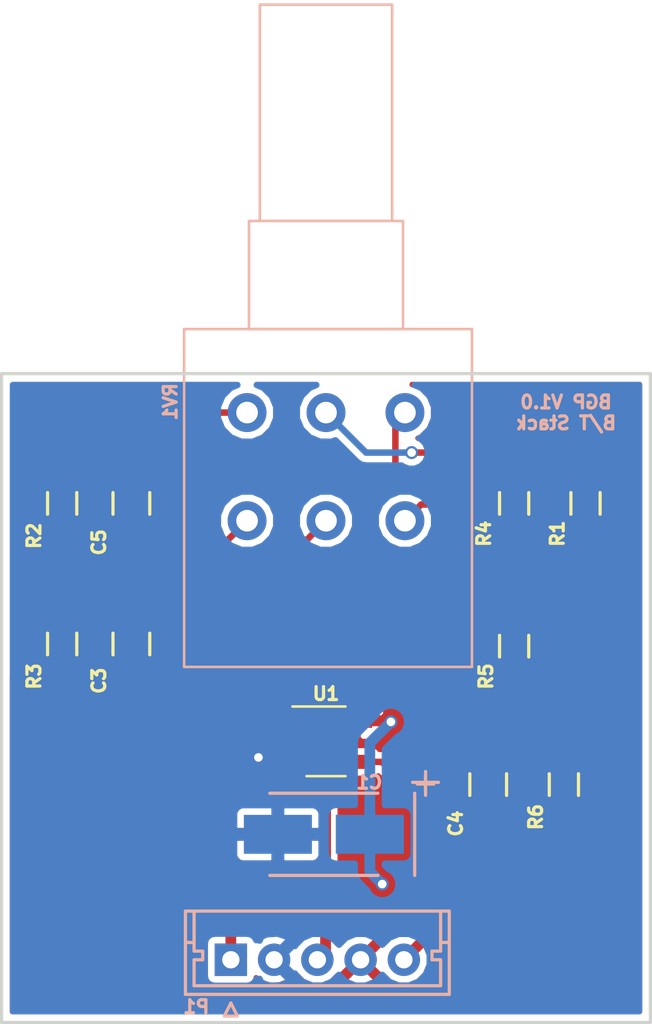
<source format=kicad_pcb>
(kicad_pcb (version 4) (host pcbnew 4.0.4-1.fc24-product)

  (general
    (links 23)
    (no_connects 0)
    (area 169.924999 50.424999 200.075001 99.455)
    (thickness 1.6)
    (drawings 9)
    (tracks 89)
    (zones 0)
    (modules 13)
    (nets 14)
  )

  (page A4)
  (layers
    (0 F.Cu signal)
    (31 B.Cu signal)
    (32 B.Adhes user)
    (33 F.Adhes user)
    (34 B.Paste user)
    (35 F.Paste user)
    (36 B.SilkS user)
    (37 F.SilkS user)
    (38 B.Mask user)
    (39 F.Mask user)
    (40 Dwgs.User user)
    (41 Cmts.User user)
    (42 Eco1.User user)
    (43 Eco2.User user)
    (44 Edge.Cuts user)
    (45 Margin user)
    (46 B.CrtYd user)
    (47 F.CrtYd user)
    (48 B.Fab user)
    (49 F.Fab user)
  )

  (setup
    (last_trace_width 0.3)
    (trace_clearance 0.3)
    (zone_clearance 0.3)
    (zone_45_only no)
    (trace_min 0.3)
    (segment_width 0.2)
    (edge_width 0.15)
    (via_size 0.6)
    (via_drill 0.4)
    (via_min_size 0.4)
    (via_min_drill 0.3)
    (uvia_size 0.3)
    (uvia_drill 0.1)
    (uvias_allowed no)
    (uvia_min_size 0.2)
    (uvia_min_drill 0.1)
    (pcb_text_width 0.3)
    (pcb_text_size 1.5 1.5)
    (mod_edge_width 0.15)
    (mod_text_size 0.6 0.6)
    (mod_text_width 0.15)
    (pad_size 1.524 1.524)
    (pad_drill 0.762)
    (pad_to_mask_clearance 0.2)
    (aux_axis_origin 0 0)
    (visible_elements FFFFFF7F)
    (pcbplotparams
      (layerselection 0x010f0_80000001)
      (usegerberextensions true)
      (usegerberattributes true)
      (excludeedgelayer true)
      (linewidth 0.100000)
      (plotframeref false)
      (viasonmask false)
      (mode 1)
      (useauxorigin false)
      (hpglpennumber 1)
      (hpglpenspeed 20)
      (hpglpendiameter 15)
      (hpglpenoverlay 2)
      (psnegative false)
      (psa4output false)
      (plotreference true)
      (plotvalue true)
      (plotinvisibletext false)
      (padsonsilk false)
      (subtractmaskfromsilk false)
      (outputformat 1)
      (mirror false)
      (drillshape 0)
      (scaleselection 1)
      (outputdirectory ../../BGP/GERBER/BT_0/))
  )

  (net 0 "")
  (net 1 /V+)
  (net 2 Earth)
  (net 3 /IN)
  (net 4 /TW)
  (net 5 "Net-(C3-Pad2)")
  (net 6 "Net-(C4-Pad1)")
  (net 7 /B+)
  (net 8 /B-)
  (net 9 /REF)
  (net 10 /OUT)
  (net 11 /BW)
  (net 12 /T-)
  (net 13 /T+)

  (net_class Default "This is the default net class."
    (clearance 0.3)
    (trace_width 0.3)
    (via_dia 0.6)
    (via_drill 0.4)
    (uvia_dia 0.3)
    (uvia_drill 0.1)
    (add_net /B+)
    (add_net /B-)
    (add_net /BW)
    (add_net /T+)
    (add_net /T-)
    (add_net /TW)
    (add_net "Net-(C3-Pad2)")
    (add_net "Net-(C4-Pad1)")
  )

  (net_class PWR ""
    (clearance 0.3)
    (trace_width 0.5)
    (via_dia 0.6)
    (via_drill 0.4)
    (uvia_dia 0.3)
    (uvia_drill 0.1)
    (add_net /IN)
    (add_net /OUT)
    (add_net /REF)
    (add_net /V+)
    (add_net Earth)
  )

  (module Resistors_SMD:R_0603_HandSoldering (layer F.Cu) (tedit 5A305C51) (tstamp 5A296E36)
    (at 193.7 74 90)
    (descr "Resistor SMD 0603, hand soldering")
    (tags "resistor 0603")
    (path /5A288BAC)
    (attr smd)
    (fp_text reference R4 (at -1.4 -1.4 90) (layer F.SilkS)
      (effects (font (size 0.6 0.6) (thickness 0.15)))
    )
    (fp_text value 2.2k (at 1.1 1.4 90) (layer F.Fab) hide
      (effects (font (size 0.6 0.6) (thickness 0.15)))
    )
    (fp_line (start -2 -0.8) (end 2 -0.8) (layer F.CrtYd) (width 0.05))
    (fp_line (start -2 0.8) (end 2 0.8) (layer F.CrtYd) (width 0.05))
    (fp_line (start -2 -0.8) (end -2 0.8) (layer F.CrtYd) (width 0.05))
    (fp_line (start 2 -0.8) (end 2 0.8) (layer F.CrtYd) (width 0.05))
    (fp_line (start 0.5 0.675) (end -0.5 0.675) (layer F.SilkS) (width 0.15))
    (fp_line (start -0.5 -0.675) (end 0.5 -0.675) (layer F.SilkS) (width 0.15))
    (pad 1 smd rect (at -1.1 0 90) (size 1.2 0.9) (layers F.Cu F.Paste F.Mask)
      (net 6 "Net-(C4-Pad1)"))
    (pad 2 smd rect (at 1.1 0 90) (size 1.2 0.9) (layers F.Cu F.Paste F.Mask)
      (net 7 /B+))
    (model Resistors_SMD.3dshapes/R_0603_HandSoldering.wrl
      (at (xyz 0 0 0))
      (scale (xyz 1 1 1))
      (rotate (xyz 0 0 0))
    )
  )

  (module LIBS:Potentiometer_Alpha_Double_Vertical_Dual_Shaft (layer B.Cu) (tedit 5A56922D) (tstamp 5A554926)
    (at 178.5 66 90)
    (descr "Potentiometer, vertically mounted, Omeg PC16PU, Omeg PC16PU, Omeg PC16PU, Vishay/Spectrol 248GJ/249GJ Single, Vishay/Spectrol 248GJ/249GJ Single, Vishay/Spectrol 248GJ/249GJ Single, Vishay/Spectrol 248GH/249GH Single, Vishay/Spectrol 148/149 Single, Vishay/Spectrol 148/149 Single, Vishay/Spectrol 148/149 Single, Vishay/Spectrol 148A/149A Single with mounting plates, Vishay/Spectrol 148/149 Double, Vishay/Spectrol 148A/149A Double with mounting plates, Piher PC-16 Single, Piher PC-16 Single, Piher PC-16 Single, Piher PC-16SV Single, Piher PC-16 Double, Piher PC-16 Triple, Piher T16H Single, Piher T16L Single, Piher T16H Double, Alps RK163 Single, Alps RK163 Double, Alps RK097 Single, Alps RK097 Double, http://www.alps.com/prod/info/E/HTML/Potentiometer/RotaryPotentiometers/RK097/RK09712100AV.html")
    (tags "Potentiometer vertical  Omeg PC16PU  Omeg PC16PU  Omeg PC16PU  Vishay/Spectrol 248GJ/249GJ Single  Vishay/Spectrol 248GJ/249GJ Single  Vishay/Spectrol 248GJ/249GJ Single  Vishay/Spectrol 248GH/249GH Single  Vishay/Spectrol 148/149 Single  Vishay/Spectrol 148/149 Single  Vishay/Spectrol 148/149 Single  Vishay/Spectrol 148A/149A Single with mounting plates  Vishay/Spectrol 148/149 Double  Vishay/Spectrol 148A/149A Double with mounting plates  Piher PC-16 Single  Piher PC-16 Single  Piher PC-16 Single  Piher PC-16SV Single  Piher PC-16 Double  Piher PC-16 Triple  Piher T16H Single  Piher T16L Single  Piher T16H Double  Alps RK163 Single  Alps RK163 Double  Alps RK097 Single  Alps RK097 Double Dual Shaft")
    (path /5A289F35)
    (fp_text reference RV1 (at -3.3 -0.7 90) (layer B.SilkS)
      (effects (font (size 0.6 0.6) (thickness 0.15)) (justify mirror))
    )
    (fp_text value DUAL_POT (at -1.65 -1.15 90) (layer B.Fab) hide
      (effects (font (size 0.6 0.6) (thickness 0.15)) (justify mirror))
    )
    (fp_line (start -15.5 13.2) (end -15.5 0) (layer B.Fab) (width 0.1))
    (fp_line (start -15.5 0) (end 0 0) (layer B.Fab) (width 0.1))
    (fp_line (start 0 0) (end 0 13.2) (layer B.Fab) (width 0.1))
    (fp_line (start 0 13.2) (end -15.5 13.2) (layer B.Fab) (width 0.1))
    (fp_line (start 0 10) (end 0 3) (layer B.Fab) (width 0.1))
    (fp_line (start 0 3) (end 5 3) (layer B.Fab) (width 0.1))
    (fp_line (start 5 3) (end 5 10) (layer B.Fab) (width 0.1))
    (fp_line (start 5 10) (end 0 10) (layer B.Fab) (width 0.1))
    (fp_line (start 5 9.5) (end 5 3.5) (layer B.Fab) (width 0.1))
    (fp_line (start 5 3.5) (end 15 3.5) (layer B.Fab) (width 0.1))
    (fp_line (start 15 3.5) (end 15 9.5) (layer B.Fab) (width 0.1))
    (fp_line (start 15 9.5) (end 5 9.5) (layer B.Fab) (width 0.1))
    (fp_line (start -15.56 13.25) (end 0.06 13.25) (layer B.SilkS) (width 0.12))
    (fp_line (start -15.56 -0.06) (end 0.06 -0.06) (layer B.SilkS) (width 0.12))
    (fp_line (start -15.56 13.25) (end -15.56 -0.06) (layer B.SilkS) (width 0.12))
    (fp_line (start 0.06 13.25) (end 0.06 -0.06) (layer B.SilkS) (width 0.12))
    (fp_line (start 0.06 10.06) (end 5.06 10.06) (layer B.SilkS) (width 0.12))
    (fp_line (start 0.06 2.94) (end 5.06 2.94) (layer B.SilkS) (width 0.12))
    (fp_line (start 0.06 10.06) (end 0.06 2.94) (layer B.SilkS) (width 0.12))
    (fp_line (start 5.06 10.06) (end 5.06 2.94) (layer B.SilkS) (width 0.12))
    (fp_line (start 5.06 9.56) (end 15.06 9.56) (layer B.SilkS) (width 0.12))
    (fp_line (start 5.06 3.44) (end 15.06 3.44) (layer B.SilkS) (width 0.12))
    (fp_line (start 5.06 9.56) (end 5.06 3.44) (layer B.SilkS) (width 0.12))
    (fp_line (start 15.06 9.56) (end 15.06 3.44) (layer B.SilkS) (width 0.12))
    (fp_line (start -15.95 13.45) (end -15.95 -0.25) (layer B.CrtYd) (width 0.05))
    (fp_line (start -15.95 -0.25) (end 15.25 -0.25) (layer B.CrtYd) (width 0.05))
    (fp_line (start 15.25 -0.25) (end 15.25 13.45) (layer B.CrtYd) (width 0.05))
    (fp_line (start 15.25 13.45) (end -15.95 13.45) (layer B.CrtYd) (width 0.05))
    (pad 3 thru_hole circle (at -3.8 10.15 90) (size 1.8 1.8) (drill 1) (layers *.Cu *.Mask)
      (net 7 /B+))
    (pad 2 thru_hole circle (at -3.8 6.5 90) (size 1.8 1.8) (drill 1) (layers *.Cu *.Mask)
      (net 11 /BW))
    (pad 1 thru_hole circle (at -3.8 2.85 90) (size 1.8 1.8) (drill 1) (layers *.Cu *.Mask)
      (net 8 /B-))
    (pad 6 thru_hole circle (at -8.8 10.15 90) (size 1.8 1.8) (drill 1) (layers *.Cu *.Mask)
      (net 13 /T+))
    (pad 5 thru_hole circle (at -8.8 6.5 90) (size 1.8 1.8) (drill 1) (layers *.Cu *.Mask)
      (net 4 /TW))
    (pad 4 thru_hole circle (at -8.8 2.85 90) (size 1.8 1.8) (drill 1) (layers *.Cu *.Mask)
      (net 12 /T-))
    (model Potentiometers.3dshapes/Potentiometer_Alps_RK097_Double_Vertical.wrl
      (at (xyz 0 0 0))
      (scale (xyz 0.393701 0.393701 0.393701))
      (rotate (xyz 0 0 0))
    )
  )

  (module TO_SOT_Packages_SMD:SOT-23-5_HandSoldering (layer F.Cu) (tedit 5A2DC74C) (tstamp 5A296E55)
    (at 185 85)
    (descr "5-pin SOT23 package")
    (tags "SOT-23-5 hand-soldering")
    (path /5A2887C6)
    (attr smd)
    (fp_text reference U1 (at 0 -2.2) (layer F.SilkS)
      (effects (font (size 0.6 0.6) (thickness 0.15)))
    )
    (fp_text value OPA180 (at 0 2.9) (layer F.Fab) hide
      (effects (font (size 0.6 0.6) (thickness 0.15)))
    )
    (fp_text user %R (at 0 0 90) (layer F.Fab)
      (effects (font (size 0.5 0.5) (thickness 0.075)))
    )
    (fp_line (start -0.9 1.61) (end 0.9 1.61) (layer F.SilkS) (width 0.12))
    (fp_line (start 0.9 -1.61) (end -1.55 -1.61) (layer F.SilkS) (width 0.12))
    (fp_line (start -0.9 -0.9) (end -0.25 -1.55) (layer F.Fab) (width 0.1))
    (fp_line (start 0.9 -1.55) (end -0.25 -1.55) (layer F.Fab) (width 0.1))
    (fp_line (start -0.9 -0.9) (end -0.9 1.55) (layer F.Fab) (width 0.1))
    (fp_line (start 0.9 1.55) (end -0.9 1.55) (layer F.Fab) (width 0.1))
    (fp_line (start 0.9 -1.55) (end 0.9 1.55) (layer F.Fab) (width 0.1))
    (fp_line (start -2.38 -1.8) (end 2.38 -1.8) (layer F.CrtYd) (width 0.05))
    (fp_line (start -2.38 -1.8) (end -2.38 1.8) (layer F.CrtYd) (width 0.05))
    (fp_line (start 2.38 1.8) (end 2.38 -1.8) (layer F.CrtYd) (width 0.05))
    (fp_line (start 2.38 1.8) (end -2.38 1.8) (layer F.CrtYd) (width 0.05))
    (pad 1 smd rect (at -1.35 -0.95) (size 1.56 0.65) (layers F.Cu F.Paste F.Mask)
      (net 6 "Net-(C4-Pad1)"))
    (pad 2 smd rect (at -1.35 0) (size 1.56 0.65) (layers F.Cu F.Paste F.Mask)
      (net 2 Earth))
    (pad 3 smd rect (at -1.35 0.95) (size 1.56 0.65) (layers F.Cu F.Paste F.Mask)
      (net 9 /REF))
    (pad 4 smd rect (at 1.35 0.95) (size 1.56 0.65) (layers F.Cu F.Paste F.Mask)
      (net 5 "Net-(C3-Pad2)"))
    (pad 5 smd rect (at 1.35 -0.95) (size 1.56 0.65) (layers F.Cu F.Paste F.Mask)
      (net 1 /V+))
    (model ${KISYS3DMOD}/TO_SOT_Packages_SMD.3dshapes\SOT-23-5.wrl
      (at (xyz 0 0 0))
      (scale (xyz 1 1 1))
      (rotate (xyz 0 0 0))
    )
  )

  (module Capacitors_SMD:C_0805_HandSoldering (layer F.Cu) (tedit 5A569126) (tstamp 5A296E09)
    (at 176 80.5 270)
    (descr "Capacitor SMD 0805, hand soldering")
    (tags "capacitor 0805")
    (path /5A2890E1)
    (attr smd)
    (fp_text reference C3 (at 1.7 1.5 270) (layer F.SilkS)
      (effects (font (size 0.6 0.6) (thickness 0.15)))
    )
    (fp_text value 10n (at -1.6 1.6 270) (layer F.Fab) hide
      (effects (font (size 0.6 0.6) (thickness 0.15)))
    )
    (fp_line (start -2.3 -1) (end 2.3 -1) (layer F.CrtYd) (width 0.05))
    (fp_line (start -2.3 1) (end 2.3 1) (layer F.CrtYd) (width 0.05))
    (fp_line (start -2.3 -1) (end -2.3 1) (layer F.CrtYd) (width 0.05))
    (fp_line (start 2.3 -1) (end 2.3 1) (layer F.CrtYd) (width 0.05))
    (fp_line (start 0.5 -0.85) (end -0.5 -0.85) (layer F.SilkS) (width 0.15))
    (fp_line (start -0.5 0.85) (end 0.5 0.85) (layer F.SilkS) (width 0.15))
    (pad 1 smd rect (at -1.25 0 270) (size 1.5 1.25) (layers F.Cu F.Paste F.Mask)
      (net 4 /TW))
    (pad 2 smd rect (at 1.25 0 270) (size 1.5 1.25) (layers F.Cu F.Paste F.Mask)
      (net 5 "Net-(C3-Pad2)"))
    (model Capacitors_SMD.3dshapes/C_0805_HandSoldering.wrl
      (at (xyz 0 0 0))
      (scale (xyz 1 1 1))
      (rotate (xyz 0 0 0))
    )
  )

  (module Capacitors_SMD:C_0805_HandSoldering (layer F.Cu) (tedit 5A305C5D) (tstamp 5A296E0F)
    (at 192.5 87 270)
    (descr "Capacitor SMD 0805, hand soldering")
    (tags "capacitor 0805")
    (path /5A2888B6)
    (attr smd)
    (fp_text reference C4 (at 1.8 1.5 270) (layer F.SilkS)
      (effects (font (size 0.6 0.6) (thickness 0.15)))
    )
    (fp_text value 470p (at -1.2 -1.6 270) (layer F.Fab) hide
      (effects (font (size 0.6 0.6) (thickness 0.15)))
    )
    (fp_line (start -2.3 -1) (end 2.3 -1) (layer F.CrtYd) (width 0.05))
    (fp_line (start -2.3 1) (end 2.3 1) (layer F.CrtYd) (width 0.05))
    (fp_line (start -2.3 -1) (end -2.3 1) (layer F.CrtYd) (width 0.05))
    (fp_line (start 2.3 -1) (end 2.3 1) (layer F.CrtYd) (width 0.05))
    (fp_line (start 0.5 -0.85) (end -0.5 -0.85) (layer F.SilkS) (width 0.15))
    (fp_line (start -0.5 0.85) (end 0.5 0.85) (layer F.SilkS) (width 0.15))
    (pad 1 smd rect (at -1.25 0 270) (size 1.5 1.25) (layers F.Cu F.Paste F.Mask)
      (net 6 "Net-(C4-Pad1)"))
    (pad 2 smd rect (at 1.25 0 270) (size 1.5 1.25) (layers F.Cu F.Paste F.Mask)
      (net 5 "Net-(C3-Pad2)"))
    (model Capacitors_SMD.3dshapes/C_0805_HandSoldering.wrl
      (at (xyz 0 0 0))
      (scale (xyz 1 1 1))
      (rotate (xyz 0 0 0))
    )
  )

  (module Capacitors_SMD:C_0805_HandSoldering (layer F.Cu) (tedit 5A305C40) (tstamp 5A296E15)
    (at 176 74 270)
    (descr "Capacitor SMD 0805, hand soldering")
    (tags "capacitor 0805")
    (path /5A288B14)
    (attr smd)
    (fp_text reference C5 (at 1.8 1.5 270) (layer F.SilkS)
      (effects (font (size 0.6 0.6) (thickness 0.15)))
    )
    (fp_text value 0.1u (at -1.3 1.5 270) (layer F.Fab) hide
      (effects (font (size 0.6 0.6) (thickness 0.15)))
    )
    (fp_line (start -2.3 -1) (end 2.3 -1) (layer F.CrtYd) (width 0.05))
    (fp_line (start -2.3 1) (end 2.3 1) (layer F.CrtYd) (width 0.05))
    (fp_line (start -2.3 -1) (end -2.3 1) (layer F.CrtYd) (width 0.05))
    (fp_line (start 2.3 -1) (end 2.3 1) (layer F.CrtYd) (width 0.05))
    (fp_line (start 0.5 -0.85) (end -0.5 -0.85) (layer F.SilkS) (width 0.15))
    (fp_line (start -0.5 0.85) (end 0.5 0.85) (layer F.SilkS) (width 0.15))
    (pad 1 smd rect (at -1.25 0 270) (size 1.5 1.25) (layers F.Cu F.Paste F.Mask)
      (net 7 /B+))
    (pad 2 smd rect (at 1.25 0 270) (size 1.5 1.25) (layers F.Cu F.Paste F.Mask)
      (net 8 /B-))
    (model Capacitors_SMD.3dshapes/C_0805_HandSoldering.wrl
      (at (xyz 0 0 0))
      (scale (xyz 1 1 1))
      (rotate (xyz 0 0 0))
    )
  )

  (module Resistors_SMD:R_0603_HandSoldering (layer F.Cu) (tedit 5A31B225) (tstamp 5A296E24)
    (at 197 74 270)
    (descr "Resistor SMD 0603, hand soldering")
    (tags "resistor 0603")
    (path /5A2889CA)
    (attr smd)
    (fp_text reference R1 (at 1.4 1.3 270) (layer F.SilkS)
      (effects (font (size 0.6 0.6) (thickness 0.15)))
    )
    (fp_text value 1.8k (at -1.1 -1.4 270) (layer F.Fab) hide
      (effects (font (size 0.6 0.6) (thickness 0.15)))
    )
    (fp_line (start -2 -0.8) (end 2 -0.8) (layer F.CrtYd) (width 0.05))
    (fp_line (start -2 0.8) (end 2 0.8) (layer F.CrtYd) (width 0.05))
    (fp_line (start -2 -0.8) (end -2 0.8) (layer F.CrtYd) (width 0.05))
    (fp_line (start 2 -0.8) (end 2 0.8) (layer F.CrtYd) (width 0.05))
    (fp_line (start 0.5 0.675) (end -0.5 0.675) (layer F.SilkS) (width 0.15))
    (fp_line (start -0.5 -0.675) (end 0.5 -0.675) (layer F.SilkS) (width 0.15))
    (pad 1 smd rect (at -1.1 0 270) (size 1.2 0.9) (layers F.Cu F.Paste F.Mask)
      (net 11 /BW))
    (pad 2 smd rect (at 1.1 0 270) (size 1.2 0.9) (layers F.Cu F.Paste F.Mask)
      (net 5 "Net-(C3-Pad2)"))
    (model Resistors_SMD.3dshapes/R_0603_HandSoldering.wrl
      (at (xyz 0 0 0))
      (scale (xyz 1 1 1))
      (rotate (xyz 0 0 0))
    )
  )

  (module Resistors_SMD:R_0603_HandSoldering (layer F.Cu) (tedit 5A305C47) (tstamp 5A296E2A)
    (at 172.8 74 270)
    (descr "Resistor SMD 0603, hand soldering")
    (tags "resistor 0603")
    (path /5A288A43)
    (attr smd)
    (fp_text reference R2 (at 1.5 1.3 270) (layer F.SilkS)
      (effects (font (size 0.6 0.6) (thickness 0.15)))
    )
    (fp_text value 2.2k (at -1 -1.3 270) (layer F.Fab) hide
      (effects (font (size 0.6 0.6) (thickness 0.15)))
    )
    (fp_line (start -2 -0.8) (end 2 -0.8) (layer F.CrtYd) (width 0.05))
    (fp_line (start -2 0.8) (end 2 0.8) (layer F.CrtYd) (width 0.05))
    (fp_line (start -2 -0.8) (end -2 0.8) (layer F.CrtYd) (width 0.05))
    (fp_line (start 2 -0.8) (end 2 0.8) (layer F.CrtYd) (width 0.05))
    (fp_line (start 0.5 0.675) (end -0.5 0.675) (layer F.SilkS) (width 0.15))
    (fp_line (start -0.5 -0.675) (end 0.5 -0.675) (layer F.SilkS) (width 0.15))
    (pad 1 smd rect (at -1.1 0 270) (size 1.2 0.9) (layers F.Cu F.Paste F.Mask)
      (net 8 /B-))
    (pad 2 smd rect (at 1.1 0 270) (size 1.2 0.9) (layers F.Cu F.Paste F.Mask)
      (net 3 /IN))
    (model Resistors_SMD.3dshapes/R_0603_HandSoldering.wrl
      (at (xyz 0 0 0))
      (scale (xyz 1 1 1))
      (rotate (xyz 0 0 0))
    )
  )

  (module Resistors_SMD:R_0603_HandSoldering (layer F.Cu) (tedit 5A569123) (tstamp 5A296E30)
    (at 172.8 80.5 90)
    (descr "Resistor SMD 0603, hand soldering")
    (tags "resistor 0603")
    (path /5A289144)
    (attr smd)
    (fp_text reference R3 (at -1.5 -1.3 90) (layer F.SilkS)
      (effects (font (size 0.6 0.6) (thickness 0.15)))
    )
    (fp_text value 1k (at 0 1.9 90) (layer F.Fab) hide
      (effects (font (size 0.6 0.6) (thickness 0.15)))
    )
    (fp_line (start -2 -0.8) (end 2 -0.8) (layer F.CrtYd) (width 0.05))
    (fp_line (start -2 0.8) (end 2 0.8) (layer F.CrtYd) (width 0.05))
    (fp_line (start -2 -0.8) (end -2 0.8) (layer F.CrtYd) (width 0.05))
    (fp_line (start 2 -0.8) (end 2 0.8) (layer F.CrtYd) (width 0.05))
    (fp_line (start 0.5 0.675) (end -0.5 0.675) (layer F.SilkS) (width 0.15))
    (fp_line (start -0.5 -0.675) (end 0.5 -0.675) (layer F.SilkS) (width 0.15))
    (pad 1 smd rect (at -1.1 0 90) (size 1.2 0.9) (layers F.Cu F.Paste F.Mask)
      (net 12 /T-))
    (pad 2 smd rect (at 1.1 0 90) (size 1.2 0.9) (layers F.Cu F.Paste F.Mask)
      (net 3 /IN))
    (model Resistors_SMD.3dshapes/R_0603_HandSoldering.wrl
      (at (xyz 0 0 0))
      (scale (xyz 1 1 1))
      (rotate (xyz 0 0 0))
    )
  )

  (module Resistors_SMD:R_0603_HandSoldering (layer F.Cu) (tedit 5A5692B4) (tstamp 5A296E3C)
    (at 193.7 80.6 90)
    (descr "Resistor SMD 0603, hand soldering")
    (tags "resistor 0603")
    (path /5A289194)
    (attr smd)
    (fp_text reference R5 (at -1.4 -1.3 90) (layer F.SilkS)
      (effects (font (size 0.6 0.6) (thickness 0.15)))
    )
    (fp_text value 1k (at -1.5 -1.3 90) (layer F.Fab) hide
      (effects (font (size 0.6 0.6) (thickness 0.15)))
    )
    (fp_line (start -2 -0.8) (end 2 -0.8) (layer F.CrtYd) (width 0.05))
    (fp_line (start -2 0.8) (end 2 0.8) (layer F.CrtYd) (width 0.05))
    (fp_line (start -2 -0.8) (end -2 0.8) (layer F.CrtYd) (width 0.05))
    (fp_line (start 2 -0.8) (end 2 0.8) (layer F.CrtYd) (width 0.05))
    (fp_line (start 0.5 0.675) (end -0.5 0.675) (layer F.SilkS) (width 0.15))
    (fp_line (start -0.5 -0.675) (end 0.5 -0.675) (layer F.SilkS) (width 0.15))
    (pad 1 smd rect (at -1.1 0 90) (size 1.2 0.9) (layers F.Cu F.Paste F.Mask)
      (net 6 "Net-(C4-Pad1)"))
    (pad 2 smd rect (at 1.1 0 90) (size 1.2 0.9) (layers F.Cu F.Paste F.Mask)
      (net 13 /T+))
    (model Resistors_SMD.3dshapes/R_0603_HandSoldering.wrl
      (at (xyz 0 0 0))
      (scale (xyz 1 1 1))
      (rotate (xyz 0 0 0))
    )
  )

  (module Resistors_SMD:R_0603_HandSoldering (layer F.Cu) (tedit 5A305C5A) (tstamp 5A296E42)
    (at 196 87 90)
    (descr "Resistor SMD 0603, hand soldering")
    (tags "resistor 0603")
    (path /5A2899EF)
    (attr smd)
    (fp_text reference R6 (at -1.5 -1.3 90) (layer F.SilkS)
      (effects (font (size 0.6 0.6) (thickness 0.15)))
    )
    (fp_text value 100 (at 1.1 1.4 90) (layer F.Fab) hide
      (effects (font (size 0.6 0.6) (thickness 0.15)))
    )
    (fp_line (start -2 -0.8) (end 2 -0.8) (layer F.CrtYd) (width 0.05))
    (fp_line (start -2 0.8) (end 2 0.8) (layer F.CrtYd) (width 0.05))
    (fp_line (start -2 -0.8) (end -2 0.8) (layer F.CrtYd) (width 0.05))
    (fp_line (start 2 -0.8) (end 2 0.8) (layer F.CrtYd) (width 0.05))
    (fp_line (start 0.5 0.675) (end -0.5 0.675) (layer F.SilkS) (width 0.15))
    (fp_line (start -0.5 -0.675) (end 0.5 -0.675) (layer F.SilkS) (width 0.15))
    (pad 1 smd rect (at -1.1 0 90) (size 1.2 0.9) (layers F.Cu F.Paste F.Mask)
      (net 10 /OUT))
    (pad 2 smd rect (at 1.1 0 90) (size 1.2 0.9) (layers F.Cu F.Paste F.Mask)
      (net 6 "Net-(C4-Pad1)"))
    (model Resistors_SMD.3dshapes/R_0603_HandSoldering.wrl
      (at (xyz 0 0 0))
      (scale (xyz 1 1 1))
      (rotate (xyz 0 0 0))
    )
  )

  (module Capacitors_Tantalum_SMD:TantalC_SizeB_EIA-3528_HandSoldering (layer B.Cu) (tedit 5A31B7B9) (tstamp 5A305CB4)
    (at 184.9 89.3 180)
    (descr "Tantal Cap. , Size B, EIA-3528, Hand Soldering,")
    (tags "Tantal Cap. , Size B, EIA-3528, Hand Soldering,")
    (path /5A288695)
    (attr smd)
    (fp_text reference C1 (at -2.1 2.4 180) (layer B.SilkS)
      (effects (font (size 0.6 0.6) (thickness 0.15)) (justify mirror))
    )
    (fp_text value 22u (at -0.09906 -3.59918 180) (layer B.Fab) hide
      (effects (font (size 0.6 0.6) (thickness 0.15)) (justify mirror))
    )
    (fp_text user + (at -4.70154 2.4003 180) (layer B.SilkS)
      (effects (font (size 1 1) (thickness 0.15)) (justify mirror))
    )
    (fp_line (start -4.20116 1.89992) (end -4.20116 -1.89992) (layer B.SilkS) (width 0.15))
    (fp_line (start 2.49936 1.89992) (end -2.49936 1.89992) (layer B.SilkS) (width 0.15))
    (fp_line (start 2.49682 -1.89992) (end -2.5019 -1.89992) (layer B.SilkS) (width 0.15))
    (fp_line (start -4.70408 2.90322) (end -4.70408 1.8034) (layer B.SilkS) (width 0.15))
    (fp_line (start -5.30352 2.40284) (end -4.10464 2.40284) (layer B.SilkS) (width 0.15))
    (pad 2 smd rect (at 2.12598 0 180) (size 3.1496 1.80086) (layers B.Cu B.Paste B.Mask)
      (net 2 Earth))
    (pad 1 smd rect (at -2.12598 0 180) (size 3.1496 1.80086) (layers B.Cu B.Paste B.Mask)
      (net 1 /V+))
    (model Capacitors_Tantalum_SMD.3dshapes/TantalC_SizeB_EIA-3528_HandSoldering.wrl
      (at (xyz 0 0 0))
      (scale (xyz 1 1 1))
      (rotate (xyz 0 0 180))
    )
  )

  (module Connectors_Molex:Molex_MicroLatch-53253-0570_05x2.00mm_Straight (layer B.Cu) (tedit 5A308B4A) (tstamp 5A31651B)
    (at 180.6 95.1)
    (descr "Molex Micro-Latch connector, PN:53253-0570, top entry type, through hole")
    (tags "conn molex micro latch")
    (path /5A28A525)
    (fp_text reference P1 (at -1.6 2.175001) (layer B.SilkS)
      (effects (font (size 0.6 0.6) (thickness 0.15)) (justify mirror))
    )
    (fp_text value CONN_01X05 (at 4 3.5) (layer B.Fab) hide
      (effects (font (size 0.6 0.6) (thickness 0.15)) (justify mirror))
    )
    (fp_line (start -2.6 2.1) (end -2.6 -2.75) (layer B.CrtYd) (width 0.05))
    (fp_line (start -2.6 -2.75) (end 10.55 -2.75) (layer B.CrtYd) (width 0.05))
    (fp_line (start 10.55 -2.75) (end 10.55 2.1) (layer B.CrtYd) (width 0.05))
    (fp_line (start 10.55 2.1) (end -2.6 2.1) (layer B.CrtYd) (width 0.05))
    (fp_line (start -2.1 1.6) (end -2.1 -2.25) (layer B.SilkS) (width 0.15))
    (fp_line (start -2.1 -2.25) (end 10.1 -2.25) (layer B.SilkS) (width 0.15))
    (fp_line (start 10.1 -2.25) (end 10.1 1.6) (layer B.SilkS) (width 0.15))
    (fp_line (start 10.1 1.6) (end -2.1 1.6) (layer B.SilkS) (width 0.15))
    (fp_line (start 0 2) (end -0.3 2.6) (layer B.SilkS) (width 0.15))
    (fp_line (start -0.3 2.6) (end 0.3 2.6) (layer B.SilkS) (width 0.15))
    (fp_line (start 0.3 2.6) (end 0 2) (layer B.SilkS) (width 0.15))
    (fp_line (start -2.1 -0.8) (end -1.7 -0.8) (layer B.SilkS) (width 0.15))
    (fp_line (start 10.1 -0.8) (end 9.7 -0.8) (layer B.SilkS) (width 0.15))
    (fp_line (start 4 1.2) (end -1.7 1.2) (layer B.SilkS) (width 0.15))
    (fp_line (start -1.7 1.2) (end -1.7 0) (layer B.SilkS) (width 0.15))
    (fp_line (start -1.7 0) (end -1.3 0) (layer B.SilkS) (width 0.15))
    (fp_line (start -1.3 0) (end -1.3 -0.4) (layer B.SilkS) (width 0.15))
    (fp_line (start -1.3 -0.4) (end -1.7 -0.4) (layer B.SilkS) (width 0.15))
    (fp_line (start -1.7 -0.4) (end -1.7 -2.25) (layer B.SilkS) (width 0.15))
    (fp_line (start 4 1.2) (end 9.7 1.2) (layer B.SilkS) (width 0.15))
    (fp_line (start 9.7 1.2) (end 9.7 0) (layer B.SilkS) (width 0.15))
    (fp_line (start 9.7 0) (end 9.3 0) (layer B.SilkS) (width 0.15))
    (fp_line (start 9.3 0) (end 9.3 -0.4) (layer B.SilkS) (width 0.15))
    (fp_line (start 9.3 -0.4) (end 9.7 -0.4) (layer B.SilkS) (width 0.15))
    (fp_line (start 9.7 -0.4) (end 9.7 -2.25) (layer B.SilkS) (width 0.15))
    (pad 1 thru_hole rect (at 0 0) (size 1.5 1.5) (drill 0.8) (layers *.Cu *.Mask)
      (net 3 /IN))
    (pad 2 thru_hole circle (at 2 0) (size 1.5 1.5) (drill 0.8) (layers *.Cu *.Mask)
      (net 2 Earth))
    (pad 3 thru_hole circle (at 4 0) (size 1.5 1.5) (drill 0.8) (layers *.Cu *.Mask)
      (net 9 /REF))
    (pad 4 thru_hole circle (at 6 0) (size 1.5 1.5) (drill 0.8) (layers *.Cu *.Mask)
      (net 1 /V+))
    (pad 5 thru_hole circle (at 8 0) (size 1.5 1.5) (drill 0.8) (layers *.Cu *.Mask)
      (net 10 /OUT))
    (model Connectors_Molex.3dshapes/Molex_MicroLatch-53253-0570_05x2.00mm_Straight.wrl
      (at (xyz 0 0 0))
      (scale (xyz 1 1 1))
      (rotate (xyz 0 0 0))
    )
  )

  (gr_text "BGP V1.0\nB/T Stack" (at 196.1 69.8) (layer B.SilkS)
    (effects (font (size 0.6 0.6) (thickness 0.15)) (justify mirror))
  )
  (gr_line (start 199.7 97.7) (end 199.7 68.3) (angle 90) (layer Margin) (width 0.2))
  (gr_line (start 170.3 97.7) (end 199.7 97.7) (angle 90) (layer Margin) (width 0.2))
  (gr_line (start 170.3 68.3) (end 170.3 97.7) (angle 90) (layer Margin) (width 0.2))
  (gr_line (start 199.7 68.3) (end 170.3 68.3) (angle 90) (layer Margin) (width 0.2))
  (gr_line (start 200 98) (end 200 68) (angle 90) (layer Edge.Cuts) (width 0.15))
  (gr_line (start 170 98) (end 200 98) (angle 90) (layer Edge.Cuts) (width 0.15))
  (gr_line (start 170 68) (end 170 98) (angle 90) (layer Edge.Cuts) (width 0.15))
  (gr_line (start 200 68) (end 170 68) (angle 90) (layer Edge.Cuts) (width 0.15))

  (segment (start 187.700001 84.399999) (end 188 84.1) (width 0.5) (layer B.Cu) (net 1))
  (segment (start 187.02598 85.07402) (end 187.700001 84.399999) (width 0.5) (layer B.Cu) (net 1))
  (segment (start 187.02598 89.3) (end 187.02598 85.07402) (width 0.5) (layer B.Cu) (net 1))
  (via (at 188 84.1) (size 0.6) (drill 0.4) (layers F.Cu B.Cu) (net 1))
  (segment (start 187.300001 91.300001) (end 187.6 91.6) (width 0.5) (layer B.Cu) (net 1))
  (segment (start 187.026 91.026) (end 187.300001 91.300001) (width 0.5) (layer B.Cu) (net 1))
  (segment (start 187.026 89.3) (end 187.026 91.026) (width 0.5) (layer B.Cu) (net 1))
  (via (at 187.6 91.6) (size 0.6) (drill 0.4) (layers F.Cu B.Cu) (net 1))
  (via (at 181.876 85.7452) (size 0.6) (layers F.Cu B.Cu) (net 2))
  (segment (start 182.3197 85.3015) (end 182.3197 85) (width 0.5) (layer F.Cu) (net 2))
  (segment (start 181.876 85.7452) (end 182.3197 85.3015) (width 0.5) (layer F.Cu) (net 2))
  (segment (start 183.65 85) (end 182.3197 85) (width 0.5) (layer F.Cu) (net 2))
  (segment (start 180.6 95.1) (end 180.6 93.7997) (width 0.5) (layer F.Cu) (net 3))
  (segment (start 172.8 79.4) (end 173.8003 79.4) (width 0.5) (layer F.Cu) (net 3))
  (segment (start 172.8 75.1) (end 171.7997 75.1) (width 0.5) (layer F.Cu) (net 3))
  (segment (start 171.1679 75.7318) (end 171.7997 75.1) (width 0.5) (layer F.Cu) (net 3))
  (segment (start 171.1679 81.9225) (end 171.1679 75.7318) (width 0.5) (layer F.Cu) (net 3))
  (segment (start 171.9993 82.7539) (end 171.1679 81.9225) (width 0.5) (layer F.Cu) (net 3))
  (segment (start 173.8003 82.7539) (end 171.9993 82.7539) (width 0.5) (layer F.Cu) (net 3))
  (segment (start 173.8003 87) (end 173.8003 82.7539) (width 0.5) (layer F.Cu) (net 3))
  (segment (start 180.6 93.7997) (end 173.8003 87) (width 0.5) (layer F.Cu) (net 3))
  (segment (start 173.8003 82.7539) (end 173.8003 79.4) (width 0.5) (layer F.Cu) (net 3))
  (segment (start 180.55 79.25) (end 185 74.8) (width 0.3) (layer F.Cu) (net 4))
  (segment (start 176 79.25) (end 180.55 79.25) (width 0.3) (layer F.Cu) (net 4))
  (segment (start 186.35 85.95) (end 187.5803 85.95) (width 0.3) (layer F.Cu) (net 5))
  (segment (start 185.0641 84.6641) (end 186.35 85.95) (width 0.3) (layer F.Cu) (net 5))
  (segment (start 185.0641 83.6623) (end 185.0641 84.6641) (width 0.3) (layer F.Cu) (net 5))
  (segment (start 183.1518 81.75) (end 185.0641 83.6623) (width 0.3) (layer F.Cu) (net 5))
  (segment (start 176 81.75) (end 183.1518 81.75) (width 0.3) (layer F.Cu) (net 5))
  (segment (start 189.8803 88.25) (end 192.5 88.25) (width 0.3) (layer F.Cu) (net 5))
  (segment (start 187.5803 85.95) (end 189.8803 88.25) (width 0.3) (layer F.Cu) (net 5))
  (segment (start 197 86.5938) (end 197 75.1) (width 0.3) (layer F.Cu) (net 5))
  (segment (start 196.5442 87.0496) (end 197 86.5938) (width 0.3) (layer F.Cu) (net 5))
  (segment (start 194.7757 87.0496) (end 196.5442 87.0496) (width 0.3) (layer F.Cu) (net 5))
  (segment (start 193.5753 88.25) (end 194.7757 87.0496) (width 0.3) (layer F.Cu) (net 5))
  (segment (start 192.5 88.25) (end 193.5753 88.25) (width 0.3) (layer F.Cu) (net 5))
  (segment (start 196 85.9) (end 195.0997 85.9) (width 0.3) (layer F.Cu) (net 6))
  (segment (start 193.7 75.1) (end 192.7997 75.1) (width 0.3) (layer F.Cu) (net 6))
  (segment (start 192.5 85.75) (end 193.7 85.75) (width 0.3) (layer F.Cu) (net 6))
  (segment (start 194.9497 85.75) (end 195.0997 85.9) (width 0.3) (layer F.Cu) (net 6))
  (segment (start 193.7 85.75) (end 194.9497 85.75) (width 0.3) (layer F.Cu) (net 6))
  (segment (start 193.7 85.75) (end 193.7 81.7) (width 0.3) (layer F.Cu) (net 6))
  (segment (start 189.9499 77.9498) (end 192.7997 75.1) (width 0.3) (layer F.Cu) (net 6))
  (segment (start 192.7997 80.7997) (end 189.9499 77.9498) (width 0.3) (layer F.Cu) (net 6))
  (segment (start 192.7997 81.7) (end 192.7997 80.7997) (width 0.3) (layer F.Cu) (net 6))
  (segment (start 176.2495 84.05) (end 183.65 84.05) (width 0.3) (layer F.Cu) (net 6))
  (segment (start 174.9246 82.7251) (end 176.2495 84.05) (width 0.3) (layer F.Cu) (net 6))
  (segment (start 174.9246 80.7809) (end 174.9246 82.7251) (width 0.3) (layer F.Cu) (net 6))
  (segment (start 175.2054 80.5001) (end 174.9246 80.7809) (width 0.3) (layer F.Cu) (net 6))
  (segment (start 187.2247 80.5001) (end 175.2054 80.5001) (width 0.3) (layer F.Cu) (net 6))
  (segment (start 189.775 77.9498) (end 187.2247 80.5001) (width 0.3) (layer F.Cu) (net 6))
  (segment (start 189.9498 77.9498) (end 189.775 77.9498) (width 0.3) (layer F.Cu) (net 6))
  (segment (start 189.9499 77.9498) (end 189.9498 77.9498) (width 0.3) (layer F.Cu) (net 6))
  (segment (start 193.7 81.7) (end 192.7997 81.7) (width 0.3) (layer F.Cu) (net 6))
  (segment (start 176 72.75) (end 177.0753 72.75) (width 0.3) (layer F.Cu) (net 7))
  (segment (start 193.7 72.9) (end 192.7997 72.9) (width 0.3) (layer F.Cu) (net 7))
  (segment (start 188.209 70.241) (end 188.209 72.75) (width 0.3) (layer F.Cu) (net 7))
  (segment (start 188.65 69.8) (end 188.209 70.241) (width 0.3) (layer F.Cu) (net 7))
  (segment (start 177.0753 72.75) (end 188.209 72.75) (width 0.3) (layer F.Cu) (net 7))
  (segment (start 192.6497 72.75) (end 192.7997 72.9) (width 0.3) (layer F.Cu) (net 7))
  (segment (start 188.209 72.75) (end 192.6497 72.75) (width 0.3) (layer F.Cu) (net 7))
  (segment (start 174.9247 74.1244) (end 173.7003 72.9) (width 0.3) (layer F.Cu) (net 8))
  (segment (start 174.9247 75.25) (end 174.9247 74.1244) (width 0.3) (layer F.Cu) (net 8))
  (segment (start 176 75.25) (end 174.9247 75.25) (width 0.3) (layer F.Cu) (net 8))
  (segment (start 172.8 72.9) (end 173.7003 72.9) (width 0.3) (layer F.Cu) (net 8))
  (segment (start 176.8003 69.8) (end 173.7003 72.9) (width 0.3) (layer F.Cu) (net 8))
  (segment (start 181.35 69.8) (end 176.8003 69.8) (width 0.3) (layer F.Cu) (net 8))
  (segment (start 184.9803 94.7197) (end 184.9803 85.95) (width 0.5) (layer F.Cu) (net 9))
  (segment (start 184.6 95.1) (end 184.9803 94.7197) (width 0.5) (layer F.Cu) (net 9))
  (segment (start 183.65 85.95) (end 184.9803 85.95) (width 0.5) (layer F.Cu) (net 9))
  (segment (start 194.9997 88.7003) (end 194.9997 88.1) (width 0.5) (layer F.Cu) (net 10))
  (segment (start 188.6 95.1) (end 194.9997 88.7003) (width 0.5) (layer F.Cu) (net 10))
  (segment (start 196 88.1) (end 194.9997 88.1) (width 0.5) (layer F.Cu) (net 10))
  (via (at 188.9593 71.65) (size 0.6) (layers F.Cu B.Cu) (net 11))
  (segment (start 186.85 71.65) (end 188.9593 71.65) (width 0.3) (layer B.Cu) (net 11))
  (segment (start 185 69.8) (end 186.85 71.65) (width 0.3) (layer B.Cu) (net 11))
  (segment (start 194.8497 71.65) (end 196.0997 72.9) (width 0.3) (layer F.Cu) (net 11))
  (segment (start 188.9593 71.65) (end 194.8497 71.65) (width 0.3) (layer F.Cu) (net 11))
  (segment (start 197 72.9) (end 196.0997 72.9) (width 0.3) (layer F.Cu) (net 11))
  (segment (start 171.8997 78.5898) (end 171.8997 81.6) (width 0.3) (layer F.Cu) (net 12))
  (segment (start 172.6 77.8895) (end 171.8997 78.5898) (width 0.3) (layer F.Cu) (net 12))
  (segment (start 178.2605 77.8895) (end 172.6 77.8895) (width 0.3) (layer F.Cu) (net 12))
  (segment (start 181.35 74.8) (end 178.2605 77.8895) (width 0.3) (layer F.Cu) (net 12))
  (segment (start 172.8 81.6) (end 171.8997 81.6) (width 0.3) (layer F.Cu) (net 12))
  (segment (start 194.6003 74.2745) (end 194.6003 79.5) (width 0.3) (layer F.Cu) (net 13))
  (segment (start 194.3754 74.0496) (end 194.6003 74.2745) (width 0.3) (layer F.Cu) (net 13))
  (segment (start 189.4004 74.0496) (end 194.3754 74.0496) (width 0.3) (layer F.Cu) (net 13))
  (segment (start 188.65 74.8) (end 189.4004 74.0496) (width 0.3) (layer F.Cu) (net 13))
  (segment (start 193.7 79.5) (end 194.6003 79.5) (width 0.3) (layer F.Cu) (net 13))

  (zone (net 2) (net_name Earth) (layer B.Cu) (tstamp 5A29703B) (hatch edge 0.508)
    (connect_pads (clearance 0.3))
    (min_thickness 0.3)
    (fill yes (arc_segments 16) (thermal_gap 0.3) (thermal_bridge_width 0.6))
    (polygon
      (pts
        (xy 199.7 97.7) (xy 170.3 97.7) (xy 170.3 68.3) (xy 199.7 68.3)
      )
    )
    (filled_polygon
      (pts
        (xy 180.586285 68.654858) (xy 180.206193 69.034288) (xy 180.000235 69.53029) (xy 179.999766 70.067353) (xy 180.204858 70.563715)
        (xy 180.584288 70.943807) (xy 181.08029 71.149765) (xy 181.617353 71.150234) (xy 182.113715 70.945142) (xy 182.493807 70.565712)
        (xy 182.699765 70.06971) (xy 182.700234 69.532647) (xy 182.495142 69.036285) (xy 182.115712 68.656193) (xy 181.799764 68.525)
        (xy 184.550566 68.525) (xy 184.236285 68.654858) (xy 183.856193 69.034288) (xy 183.650235 69.53029) (xy 183.649766 70.067353)
        (xy 183.854858 70.563715) (xy 184.234288 70.943807) (xy 184.73029 71.149765) (xy 185.267353 71.150234) (xy 185.433186 71.081714)
        (xy 186.425736 72.074264) (xy 186.62039 72.204328) (xy 186.85 72.25) (xy 188.498519 72.25) (xy 188.533905 72.285448)
        (xy 188.809461 72.399869) (xy 189.10783 72.40013) (xy 189.383586 72.286189) (xy 189.594748 72.075395) (xy 189.709169 71.799839)
        (xy 189.70943 71.50147) (xy 189.595489 71.225714) (xy 189.384695 71.014552) (xy 189.315384 70.985771) (xy 189.413715 70.945142)
        (xy 189.793807 70.565712) (xy 189.999765 70.06971) (xy 190.000234 69.532647) (xy 189.795142 69.036285) (xy 189.415712 68.656193)
        (xy 189.099764 68.525) (xy 199.475 68.525) (xy 199.475 97.475) (xy 170.525 97.475) (xy 170.525 94.35)
        (xy 179.391184 94.35) (xy 179.391184 95.85) (xy 179.422562 96.01676) (xy 179.521117 96.169919) (xy 179.671495 96.272668)
        (xy 179.85 96.308816) (xy 181.35 96.308816) (xy 181.51676 96.277438) (xy 181.669919 96.178883) (xy 181.772668 96.028505)
        (xy 181.777668 96.003816) (xy 181.842993 96.069141) (xy 181.927658 95.984476) (xy 182.007617 96.17054) (xy 182.462388 96.315745)
        (xy 182.938108 96.275864) (xy 183.192383 96.17054) (xy 183.272343 95.984475) (xy 182.6 95.312132) (xy 182.585858 95.326275)
        (xy 182.373726 95.114143) (xy 182.387868 95.1) (xy 182.812132 95.1) (xy 183.484475 95.772343) (xy 183.565091 95.737699)
        (xy 183.582097 95.778857) (xy 183.919367 96.116717) (xy 184.360258 96.299791) (xy 184.837647 96.300207) (xy 185.278857 96.117903)
        (xy 185.600265 95.797057) (xy 185.919367 96.116717) (xy 186.360258 96.299791) (xy 186.837647 96.300207) (xy 187.278857 96.117903)
        (xy 187.600265 95.797057) (xy 187.919367 96.116717) (xy 188.360258 96.299791) (xy 188.837647 96.300207) (xy 189.278857 96.117903)
        (xy 189.616717 95.780633) (xy 189.799791 95.339742) (xy 189.800207 94.862353) (xy 189.617903 94.421143) (xy 189.280633 94.083283)
        (xy 188.839742 93.900209) (xy 188.362353 93.899793) (xy 187.921143 94.082097) (xy 187.599735 94.402943) (xy 187.280633 94.083283)
        (xy 186.839742 93.900209) (xy 186.362353 93.899793) (xy 185.921143 94.082097) (xy 185.599735 94.402943) (xy 185.280633 94.083283)
        (xy 184.839742 93.900209) (xy 184.362353 93.899793) (xy 183.921143 94.082097) (xy 183.583283 94.419367) (xy 183.5654 94.462434)
        (xy 183.484475 94.427657) (xy 182.812132 95.1) (xy 182.387868 95.1) (xy 182.373726 95.085858) (xy 182.585858 94.873726)
        (xy 182.6 94.887868) (xy 183.272343 94.215525) (xy 183.192383 94.02946) (xy 182.737612 93.884255) (xy 182.261892 93.924136)
        (xy 182.007617 94.02946) (xy 181.927658 94.215524) (xy 181.842993 94.130859) (xy 181.779524 94.194328) (xy 181.777438 94.18324)
        (xy 181.678883 94.030081) (xy 181.528505 93.927332) (xy 181.35 93.891184) (xy 179.85 93.891184) (xy 179.68324 93.922562)
        (xy 179.530081 94.021117) (xy 179.427332 94.171495) (xy 179.391184 94.35) (xy 170.525 94.35) (xy 170.525 89.5625)
        (xy 180.74922 89.5625) (xy 180.74922 90.28994) (xy 180.817728 90.455334) (xy 180.944315 90.581921) (xy 181.109709 90.65043)
        (xy 182.51152 90.65043) (xy 182.62402 90.53793) (xy 182.62402 89.45) (xy 182.92402 89.45) (xy 182.92402 90.53793)
        (xy 183.03652 90.65043) (xy 184.438331 90.65043) (xy 184.603725 90.581921) (xy 184.730312 90.455334) (xy 184.79882 90.28994)
        (xy 184.79882 89.5625) (xy 184.68632 89.45) (xy 182.92402 89.45) (xy 182.62402 89.45) (xy 180.86172 89.45)
        (xy 180.74922 89.5625) (xy 170.525 89.5625) (xy 170.525 88.31006) (xy 180.74922 88.31006) (xy 180.74922 89.0375)
        (xy 180.86172 89.15) (xy 182.62402 89.15) (xy 182.62402 88.06207) (xy 182.92402 88.06207) (xy 182.92402 89.15)
        (xy 184.68632 89.15) (xy 184.79882 89.0375) (xy 184.79882 88.39957) (xy 184.992364 88.39957) (xy 184.992364 90.20043)
        (xy 185.023742 90.36719) (xy 185.122297 90.520349) (xy 185.272675 90.623098) (xy 185.45118 90.659246) (xy 186.326 90.659246)
        (xy 186.326 91.026) (xy 186.379284 91.293879) (xy 186.531025 91.520975) (xy 186.914151 91.904101) (xy 186.963811 92.024286)
        (xy 187.174605 92.235448) (xy 187.450161 92.349869) (xy 187.74853 92.35013) (xy 188.024286 92.236189) (xy 188.235448 92.025395)
        (xy 188.349869 91.749839) (xy 188.35013 91.45147) (xy 188.236189 91.175714) (xy 188.025395 90.964552) (xy 187.904161 90.914211)
        (xy 187.726 90.73605) (xy 187.726 90.659246) (xy 188.60078 90.659246) (xy 188.76754 90.627868) (xy 188.920699 90.529313)
        (xy 189.023448 90.378935) (xy 189.059596 90.20043) (xy 189.059596 88.39957) (xy 189.028218 88.23281) (xy 188.929663 88.079651)
        (xy 188.779285 87.976902) (xy 188.60078 87.940754) (xy 187.72598 87.940754) (xy 187.72598 85.36397) (xy 188.194973 84.894976)
        (xy 188.194976 84.894974) (xy 188.304101 84.785849) (xy 188.424286 84.736189) (xy 188.635448 84.525395) (xy 188.749869 84.249839)
        (xy 188.75013 83.95147) (xy 188.636189 83.675714) (xy 188.425395 83.464552) (xy 188.149839 83.350131) (xy 187.85147 83.34987)
        (xy 187.575714 83.463811) (xy 187.364552 83.674605) (xy 187.314211 83.795839) (xy 187.205026 83.905024) (xy 187.205024 83.905027)
        (xy 186.531005 84.579045) (xy 186.379264 84.806141) (xy 186.379264 84.806142) (xy 186.32598 85.07402) (xy 186.32598 87.940754)
        (xy 185.45118 87.940754) (xy 185.28442 87.972132) (xy 185.131261 88.070687) (xy 185.028512 88.221065) (xy 184.992364 88.39957)
        (xy 184.79882 88.39957) (xy 184.79882 88.31006) (xy 184.730312 88.144666) (xy 184.603725 88.018079) (xy 184.438331 87.94957)
        (xy 183.03652 87.94957) (xy 182.92402 88.06207) (xy 182.62402 88.06207) (xy 182.51152 87.94957) (xy 181.109709 87.94957)
        (xy 180.944315 88.018079) (xy 180.817728 88.144666) (xy 180.74922 88.31006) (xy 170.525 88.31006) (xy 170.525 75.067353)
        (xy 179.999766 75.067353) (xy 180.204858 75.563715) (xy 180.584288 75.943807) (xy 181.08029 76.149765) (xy 181.617353 76.150234)
        (xy 182.113715 75.945142) (xy 182.493807 75.565712) (xy 182.699765 75.06971) (xy 182.699767 75.067353) (xy 183.649766 75.067353)
        (xy 183.854858 75.563715) (xy 184.234288 75.943807) (xy 184.73029 76.149765) (xy 185.267353 76.150234) (xy 185.763715 75.945142)
        (xy 186.143807 75.565712) (xy 186.349765 75.06971) (xy 186.349767 75.067353) (xy 187.299766 75.067353) (xy 187.504858 75.563715)
        (xy 187.884288 75.943807) (xy 188.38029 76.149765) (xy 188.917353 76.150234) (xy 189.413715 75.945142) (xy 189.793807 75.565712)
        (xy 189.999765 75.06971) (xy 190.000234 74.532647) (xy 189.795142 74.036285) (xy 189.415712 73.656193) (xy 188.91971 73.450235)
        (xy 188.382647 73.449766) (xy 187.886285 73.654858) (xy 187.506193 74.034288) (xy 187.300235 74.53029) (xy 187.299766 75.067353)
        (xy 186.349767 75.067353) (xy 186.350234 74.532647) (xy 186.145142 74.036285) (xy 185.765712 73.656193) (xy 185.26971 73.450235)
        (xy 184.732647 73.449766) (xy 184.236285 73.654858) (xy 183.856193 74.034288) (xy 183.650235 74.53029) (xy 183.649766 75.067353)
        (xy 182.699767 75.067353) (xy 182.700234 74.532647) (xy 182.495142 74.036285) (xy 182.115712 73.656193) (xy 181.61971 73.450235)
        (xy 181.082647 73.449766) (xy 180.586285 73.654858) (xy 180.206193 74.034288) (xy 180.000235 74.53029) (xy 179.999766 75.067353)
        (xy 170.525 75.067353) (xy 170.525 68.525) (xy 180.900566 68.525)
      )
    )
  )
  (zone (net 1) (net_name /V+) (layer F.Cu) (tstamp 0) (hatch edge 0.508)
    (connect_pads (clearance 0.3))
    (min_thickness 0.254)
    (fill yes (arc_segments 16) (thermal_gap 0.508) (thermal_bridge_width 0.508))
    (polygon
      (pts
        (xy 199.7 68.3) (xy 170.3 68.3) (xy 170.3 97.7) (xy 199.7 97.7)
      )
    )
    (filled_polygon
      (pts
        (xy 199.498 97.498) (xy 170.502 97.498) (xy 170.502 81.978303) (xy 170.542434 82.181577) (xy 170.554744 82.2)
        (xy 170.689189 82.401211) (xy 171.520589 83.232611) (xy 171.740223 83.379366) (xy 171.9993 83.4309) (xy 173.1233 83.4309)
        (xy 173.1233 87) (xy 173.174834 87.259077) (xy 173.284364 87.423) (xy 173.321589 87.478711) (xy 179.77216 93.929282)
        (xy 179.691763 93.944409) (xy 179.546433 94.037927) (xy 179.448936 94.180619) (xy 179.414635 94.35) (xy 179.414635 95.85)
        (xy 179.444409 96.008237) (xy 179.537927 96.153567) (xy 179.680619 96.251064) (xy 179.85 96.285365) (xy 181.35 96.285365)
        (xy 181.508237 96.255591) (xy 181.653567 96.162073) (xy 181.751064 96.019381) (xy 181.768542 95.933074) (xy 181.932412 96.09723)
        (xy 182.364853 96.276795) (xy 182.833093 96.277204) (xy 183.265846 96.098394) (xy 183.59723 95.767588) (xy 183.599784 95.761437)
        (xy 183.601606 95.765846) (xy 183.932412 96.09723) (xy 184.364853 96.276795) (xy 184.833093 96.277204) (xy 185.265846 96.098394)
        (xy 185.292769 96.071517) (xy 185.808088 96.071517) (xy 185.876077 96.31246) (xy 186.395171 96.497201) (xy 186.945448 96.46923)
        (xy 187.323923 96.31246) (xy 187.391912 96.071517) (xy 186.6 95.279605) (xy 185.808088 96.071517) (xy 185.292769 96.071517)
        (xy 185.507022 95.857638) (xy 185.628483 95.891912) (xy 186.420395 95.1) (xy 186.406253 95.085858) (xy 186.585858 94.906253)
        (xy 186.6 94.920395) (xy 187.391912 94.128483) (xy 187.323923 93.88754) (xy 186.804829 93.702799) (xy 186.254552 93.73077)
        (xy 185.876077 93.88754) (xy 185.808089 94.128481) (xy 185.693034 94.013426) (xy 185.6573 94.04916) (xy 185.6573 86.710365)
        (xy 187.13 86.710365) (xy 187.288237 86.680591) (xy 187.413977 86.599679) (xy 189.472297 88.657998) (xy 189.472299 88.658001)
        (xy 189.659492 88.783078) (xy 189.8803 88.827) (xy 191.439635 88.827) (xy 191.439635 89) (xy 191.469409 89.158237)
        (xy 191.562927 89.303567) (xy 191.705619 89.401064) (xy 191.875 89.435365) (xy 193.125 89.435365) (xy 193.283237 89.405591)
        (xy 193.428567 89.312073) (xy 193.526064 89.169381) (xy 193.560365 89) (xy 193.560365 88.827) (xy 193.575295 88.827)
        (xy 193.5753 88.827001) (xy 193.796108 88.783078) (xy 193.983301 88.658001) (xy 194.3227 88.318602) (xy 194.3227 88.419877)
        (xy 188.819387 93.923191) (xy 188.366907 93.922796) (xy 187.934154 94.101606) (xy 187.692978 94.342362) (xy 187.571517 94.308088)
        (xy 186.779605 95.1) (xy 187.571517 95.891912) (xy 187.693181 95.857581) (xy 187.932412 96.09723) (xy 188.364853 96.276795)
        (xy 188.833093 96.277204) (xy 189.265846 96.098394) (xy 189.59723 95.767588) (xy 189.776795 95.335147) (xy 189.777192 94.88023)
        (xy 195.478412 89.179011) (xy 195.512632 89.127798) (xy 195.55 89.135365) (xy 196.45 89.135365) (xy 196.608237 89.105591)
        (xy 196.753567 89.012073) (xy 196.851064 88.869381) (xy 196.885365 88.7) (xy 196.885365 87.502259) (xy 196.952201 87.457601)
        (xy 197.407998 87.001803) (xy 197.408001 87.001801) (xy 197.533078 86.814608) (xy 197.547735 86.740924) (xy 197.577001 86.5938)
        (xy 197.577 86.593795) (xy 197.577 76.111469) (xy 197.608237 76.105591) (xy 197.753567 76.012073) (xy 197.851064 75.869381)
        (xy 197.885365 75.7) (xy 197.885365 74.5) (xy 197.855591 74.341763) (xy 197.762073 74.196433) (xy 197.619381 74.098936)
        (xy 197.45 74.064635) (xy 196.55 74.064635) (xy 196.391763 74.094409) (xy 196.246433 74.187927) (xy 196.148936 74.330619)
        (xy 196.114635 74.5) (xy 196.114635 75.7) (xy 196.144409 75.858237) (xy 196.237927 76.003567) (xy 196.380619 76.101064)
        (xy 196.423 76.109646) (xy 196.423 84.864635) (xy 195.55 84.864635) (xy 195.391763 84.894409) (xy 195.246433 84.987927)
        (xy 195.148936 85.130619) (xy 195.132971 85.209455) (xy 194.9497 85.172999) (xy 194.949695 85.173) (xy 194.277 85.173)
        (xy 194.277 82.711469) (xy 194.308237 82.705591) (xy 194.453567 82.612073) (xy 194.551064 82.469381) (xy 194.585365 82.3)
        (xy 194.585365 81.1) (xy 194.555591 80.941763) (xy 194.462073 80.796433) (xy 194.319381 80.698936) (xy 194.15 80.664635)
        (xy 193.349835 80.664635) (xy 193.332782 80.578901) (xy 193.332779 80.578896) (xy 193.332778 80.578892) (xy 193.303695 80.535365)
        (xy 194.15 80.535365) (xy 194.308237 80.505591) (xy 194.453567 80.412073) (xy 194.551064 80.269381) (xy 194.585365 80.1)
        (xy 194.585365 80.077) (xy 194.6003 80.077) (xy 194.821108 80.033078) (xy 195.008301 79.908001) (xy 195.133378 79.720808)
        (xy 195.1773 79.5) (xy 195.1773 74.274505) (xy 195.177301 74.2745) (xy 195.133378 74.053692) (xy 195.031396 73.901064)
        (xy 195.008301 73.866499) (xy 195.008298 73.866497) (xy 194.783401 73.641599) (xy 194.596208 73.516522) (xy 194.582569 73.513809)
        (xy 194.585365 73.5) (xy 194.585365 72.3) (xy 194.571629 72.227) (xy 194.610698 72.227) (xy 195.691699 73.308001)
        (xy 195.878892 73.433078) (xy 196.0997 73.477001) (xy 196.099705 73.477) (xy 196.114635 73.477) (xy 196.114635 73.5)
        (xy 196.144409 73.658237) (xy 196.237927 73.803567) (xy 196.380619 73.901064) (xy 196.55 73.935365) (xy 197.45 73.935365)
        (xy 197.608237 73.905591) (xy 197.753567 73.812073) (xy 197.851064 73.669381) (xy 197.885365 73.5) (xy 197.885365 72.3)
        (xy 197.855591 72.141763) (xy 197.762073 71.996433) (xy 197.619381 71.898936) (xy 197.45 71.864635) (xy 196.55 71.864635)
        (xy 196.391763 71.894409) (xy 196.246433 71.987927) (xy 196.148936 72.130619) (xy 196.148496 72.132794) (xy 195.257701 71.241999)
        (xy 195.070508 71.116922) (xy 194.8497 71.072999) (xy 194.849695 71.073) (xy 189.410543 71.073) (xy 189.37165 71.034039)
        (xy 189.255281 70.985718) (xy 189.400703 70.925631) (xy 189.774319 70.552666) (xy 189.976769 70.065115) (xy 189.977229 69.537202)
        (xy 189.775631 69.049297) (xy 189.402666 68.675681) (xy 188.984398 68.502) (xy 199.498 68.502)
      )
    )
    (filled_polygon
      (pts
        (xy 192.2227 81.038695) (xy 192.2227 81.7) (xy 192.266622 81.920808) (xy 192.391699 82.108001) (xy 192.578892 82.233078)
        (xy 192.7997 82.277) (xy 192.814635 82.277) (xy 192.814635 82.3) (xy 192.844409 82.458237) (xy 192.937927 82.603567)
        (xy 193.080619 82.701064) (xy 193.123 82.709646) (xy 193.123 84.564635) (xy 191.875 84.564635) (xy 191.716763 84.594409)
        (xy 191.571433 84.687927) (xy 191.473936 84.830619) (xy 191.439635 85) (xy 191.439635 86.5) (xy 191.469409 86.658237)
        (xy 191.562927 86.803567) (xy 191.705619 86.901064) (xy 191.875 86.935365) (xy 193.125 86.935365) (xy 193.283237 86.905591)
        (xy 193.428567 86.812073) (xy 193.526064 86.669381) (xy 193.560365 86.5) (xy 193.560365 86.327) (xy 194.720133 86.327)
        (xy 194.878892 86.433078) (xy 195.077575 86.4726) (xy 194.775705 86.4726) (xy 194.7757 86.472599) (xy 194.554892 86.516522)
        (xy 194.367699 86.641599) (xy 193.552278 87.45702) (xy 193.530591 87.341763) (xy 193.437073 87.196433) (xy 193.294381 87.098936)
        (xy 193.125 87.064635) (xy 191.875 87.064635) (xy 191.716763 87.094409) (xy 191.571433 87.187927) (xy 191.473936 87.330619)
        (xy 191.439635 87.5) (xy 191.439635 87.673) (xy 190.119301 87.673) (xy 187.988301 85.541999) (xy 187.801108 85.416922)
        (xy 187.5803 85.372999) (xy 187.580295 85.373) (xy 187.475256 85.373) (xy 187.442073 85.321433) (xy 187.299381 85.223936)
        (xy 187.13 85.189635) (xy 186.405636 85.189635) (xy 186.145126 84.929124) (xy 186.223 84.85125) (xy 186.223 84.177)
        (xy 186.477 84.177) (xy 186.477 84.85125) (xy 186.63575 85.01) (xy 187.256309 85.01) (xy 187.489698 84.913327)
        (xy 187.668327 84.734699) (xy 187.765 84.50131) (xy 187.765 84.33575) (xy 187.60625 84.177) (xy 186.477 84.177)
        (xy 186.223 84.177) (xy 186.203 84.177) (xy 186.203 83.923) (xy 186.223 83.923) (xy 186.223 83.24875)
        (xy 186.477 83.24875) (xy 186.477 83.923) (xy 187.60625 83.923) (xy 187.765 83.76425) (xy 187.765 83.59869)
        (xy 187.668327 83.365301) (xy 187.489698 83.186673) (xy 187.256309 83.09) (xy 186.63575 83.09) (xy 186.477 83.24875)
        (xy 186.223 83.24875) (xy 186.06425 83.09) (xy 185.443691 83.09) (xy 185.347602 83.129801) (xy 183.559801 81.341999)
        (xy 183.372608 81.216922) (xy 183.1518 81.172999) (xy 183.151795 81.173) (xy 177.060365 81.173) (xy 177.060365 81.0771)
        (xy 187.224695 81.0771) (xy 187.2247 81.077101) (xy 187.445508 81.033178) (xy 187.632701 80.908101) (xy 189.862445 78.678357)
      )
    )
  )
)

</source>
